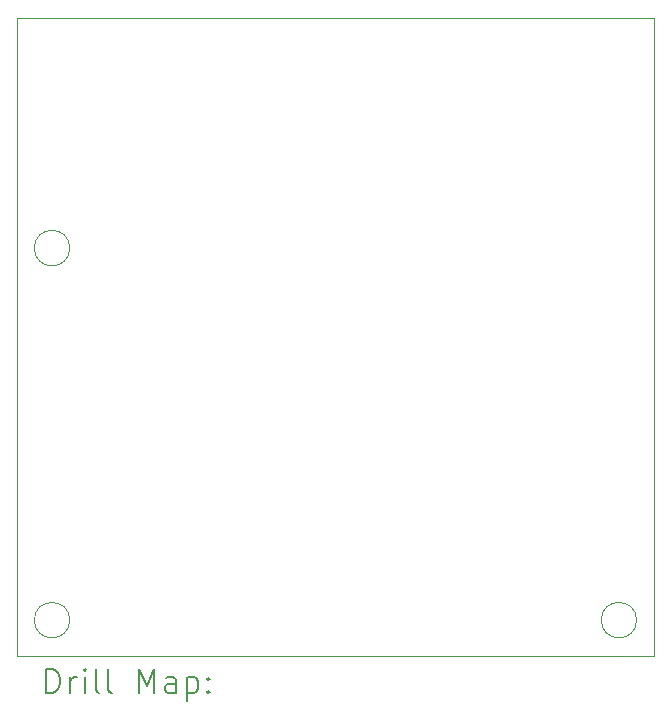
<source format=gbr>
%TF.GenerationSoftware,KiCad,Pcbnew,6.0.8+dfsg-1~bpo11+1*%
%TF.CreationDate,2022-10-31T17:33:10+01:00*%
%TF.ProjectId,rib4inAd_00,72696234-696e-4416-945f-30302e6b6963,rev?*%
%TF.SameCoordinates,Original*%
%TF.FileFunction,Drillmap*%
%TF.FilePolarity,Positive*%
%FSLAX45Y45*%
G04 Gerber Fmt 4.5, Leading zero omitted, Abs format (unit mm)*
G04 Created by KiCad (PCBNEW 6.0.8+dfsg-1~bpo11+1) date 2022-10-31 17:33:10*
%MOMM*%
%LPD*%
G01*
G04 APERTURE LIST*
%ADD10C,0.100000*%
%ADD11C,0.200000*%
G04 APERTURE END LIST*
D10*
X13250000Y-8550000D02*
G75*
G03*
X13250000Y-8550000I-150000J0D01*
G01*
X18050000Y-11700000D02*
G75*
G03*
X18050000Y-11700000I-150000J0D01*
G01*
X13250000Y-11700000D02*
G75*
G03*
X13250000Y-11700000I-150000J0D01*
G01*
X12800000Y-12000000D02*
X18200000Y-12000000D01*
X18200000Y-12000000D02*
X18200000Y-6600000D01*
X18200000Y-6600000D02*
X12800000Y-6600000D01*
X12800000Y-6600000D02*
X12800000Y-12000000D01*
D11*
X13052619Y-12315476D02*
X13052619Y-12115476D01*
X13100238Y-12115476D01*
X13128809Y-12125000D01*
X13147857Y-12144048D01*
X13157381Y-12163095D01*
X13166905Y-12201190D01*
X13166905Y-12229762D01*
X13157381Y-12267857D01*
X13147857Y-12286905D01*
X13128809Y-12305952D01*
X13100238Y-12315476D01*
X13052619Y-12315476D01*
X13252619Y-12315476D02*
X13252619Y-12182143D01*
X13252619Y-12220238D02*
X13262143Y-12201190D01*
X13271667Y-12191667D01*
X13290714Y-12182143D01*
X13309762Y-12182143D01*
X13376428Y-12315476D02*
X13376428Y-12182143D01*
X13376428Y-12115476D02*
X13366905Y-12125000D01*
X13376428Y-12134524D01*
X13385952Y-12125000D01*
X13376428Y-12115476D01*
X13376428Y-12134524D01*
X13500238Y-12315476D02*
X13481190Y-12305952D01*
X13471667Y-12286905D01*
X13471667Y-12115476D01*
X13605000Y-12315476D02*
X13585952Y-12305952D01*
X13576428Y-12286905D01*
X13576428Y-12115476D01*
X13833571Y-12315476D02*
X13833571Y-12115476D01*
X13900238Y-12258333D01*
X13966905Y-12115476D01*
X13966905Y-12315476D01*
X14147857Y-12315476D02*
X14147857Y-12210714D01*
X14138333Y-12191667D01*
X14119286Y-12182143D01*
X14081190Y-12182143D01*
X14062143Y-12191667D01*
X14147857Y-12305952D02*
X14128809Y-12315476D01*
X14081190Y-12315476D01*
X14062143Y-12305952D01*
X14052619Y-12286905D01*
X14052619Y-12267857D01*
X14062143Y-12248809D01*
X14081190Y-12239286D01*
X14128809Y-12239286D01*
X14147857Y-12229762D01*
X14243095Y-12182143D02*
X14243095Y-12382143D01*
X14243095Y-12191667D02*
X14262143Y-12182143D01*
X14300238Y-12182143D01*
X14319286Y-12191667D01*
X14328809Y-12201190D01*
X14338333Y-12220238D01*
X14338333Y-12277381D01*
X14328809Y-12296428D01*
X14319286Y-12305952D01*
X14300238Y-12315476D01*
X14262143Y-12315476D01*
X14243095Y-12305952D01*
X14424048Y-12296428D02*
X14433571Y-12305952D01*
X14424048Y-12315476D01*
X14414524Y-12305952D01*
X14424048Y-12296428D01*
X14424048Y-12315476D01*
X14424048Y-12191667D02*
X14433571Y-12201190D01*
X14424048Y-12210714D01*
X14414524Y-12201190D01*
X14424048Y-12191667D01*
X14424048Y-12210714D01*
M02*

</source>
